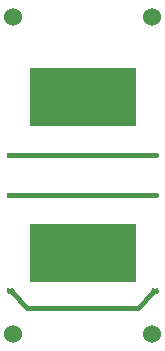
<source format=gbl>
G04*
G04 #@! TF.GenerationSoftware,Altium Limited,Altium Designer,24.10.1 (45)*
G04*
G04 Layer_Physical_Order=2*
G04 Layer_Color=16711680*
%FSLAX44Y44*%
%MOMM*%
G71*
G04*
G04 #@! TF.SameCoordinates,79C6D601-A39B-46A2-8E03-E2448EDDA2BC*
G04*
G04*
G04 #@! TF.FilePolarity,Positive*
G04*
G01*
G75*
%ADD29C,0.3810*%
%ADD30R,2.0000X2.0000*%
%ADD31C,1.5240*%
%ADD32C,0.3000*%
%ADD33R,9.0000X5.0000*%
D29*
X-60000Y51000D02*
X-47100Y38100D01*
X46870D01*
X59770Y51000D01*
Y52500D02*
X62000D01*
X-62000D02*
X-60000D01*
X-62000Y133000D02*
X62000D01*
X-62000Y167000D02*
X62000D01*
D30*
X-26050Y75000D02*
D03*
X-13350Y225000D02*
D03*
D31*
X59000Y284000D02*
D03*
X-59000D02*
D03*
X59000Y16000D02*
D03*
X-59000D02*
D03*
D32*
X-63247Y51000D02*
D03*
Y54000D02*
D03*
X-60000D02*
D03*
X59770D02*
D03*
Y51000D02*
D03*
X63018D02*
D03*
X-60000D02*
D03*
X63018Y54000D02*
D03*
X-60000Y134500D02*
D03*
Y131500D02*
D03*
X-63247Y134500D02*
D03*
Y131500D02*
D03*
X63018D02*
D03*
Y134500D02*
D03*
X59770Y131500D02*
D03*
Y134500D02*
D03*
X-60000Y168500D02*
D03*
Y165500D02*
D03*
X-63247Y168500D02*
D03*
Y165500D02*
D03*
X63018D02*
D03*
Y168500D02*
D03*
X59770Y165500D02*
D03*
Y168500D02*
D03*
D33*
X0Y216000D02*
D03*
Y84000D02*
D03*
M02*

</source>
